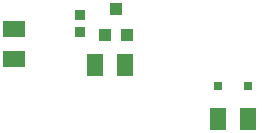
<source format=gbp>
G04 #@! TF.GenerationSoftware,KiCad,Pcbnew,7.0.9*
G04 #@! TF.CreationDate,2023-12-23T15:45:12+01:00*
G04 #@! TF.ProjectId,connecting-connector-1-wire,636f6e6e-6563-4746-996e-672d636f6e6e,v1.0*
G04 #@! TF.SameCoordinates,Original*
G04 #@! TF.FileFunction,Paste,Bot*
G04 #@! TF.FilePolarity,Positive*
%FSLAX46Y46*%
G04 Gerber Fmt 4.6, Leading zero omitted, Abs format (unit mm)*
G04 Created by KiCad (PCBNEW 7.0.9) date 2023-12-23 15:45:12*
%MOMM*%
%LPD*%
G01*
G04 APERTURE LIST*
G04 Aperture macros list*
%AMOutline4P*
0 Free polygon, 4 corners , with rotation*
0 The origin of the aperture is its center*
0 number of corners: always 4*
0 $1 to $8 corner X, Y*
0 $9 Rotation angle, in degrees counterclockwise*
0 create outline with 4 corners*
4,1,4,$1,$2,$3,$4,$5,$6,$7,$8,$1,$2,$9*%
G04 Aperture macros list end*
%ADD10R,0.900000X0.900000*%
%ADD11Outline4P,-0.650000X-0.900000X0.650000X-0.900000X0.650000X0.900000X-0.650000X0.900000X270.000000*%
%ADD12R,0.800000X0.800000*%
%ADD13R,1.000000X1.000000*%
%ADD14Outline4P,-0.650000X-0.900000X0.650000X-0.900000X0.650000X0.900000X-0.650000X0.900000X0.000000*%
G04 APERTURE END LIST*
D10*
X136824000Y-77806000D03*
X136824000Y-79256000D03*
D11*
X131236000Y-79039000D03*
X131236000Y-81579000D03*
D12*
X151048000Y-83865000D03*
X148508000Y-83865000D03*
D13*
X140822000Y-79531000D03*
X138922000Y-79531000D03*
X139872000Y-77331000D03*
D14*
X148508000Y-86659000D03*
X151048000Y-86659000D03*
X138094000Y-82087000D03*
X140634000Y-82087000D03*
M02*

</source>
